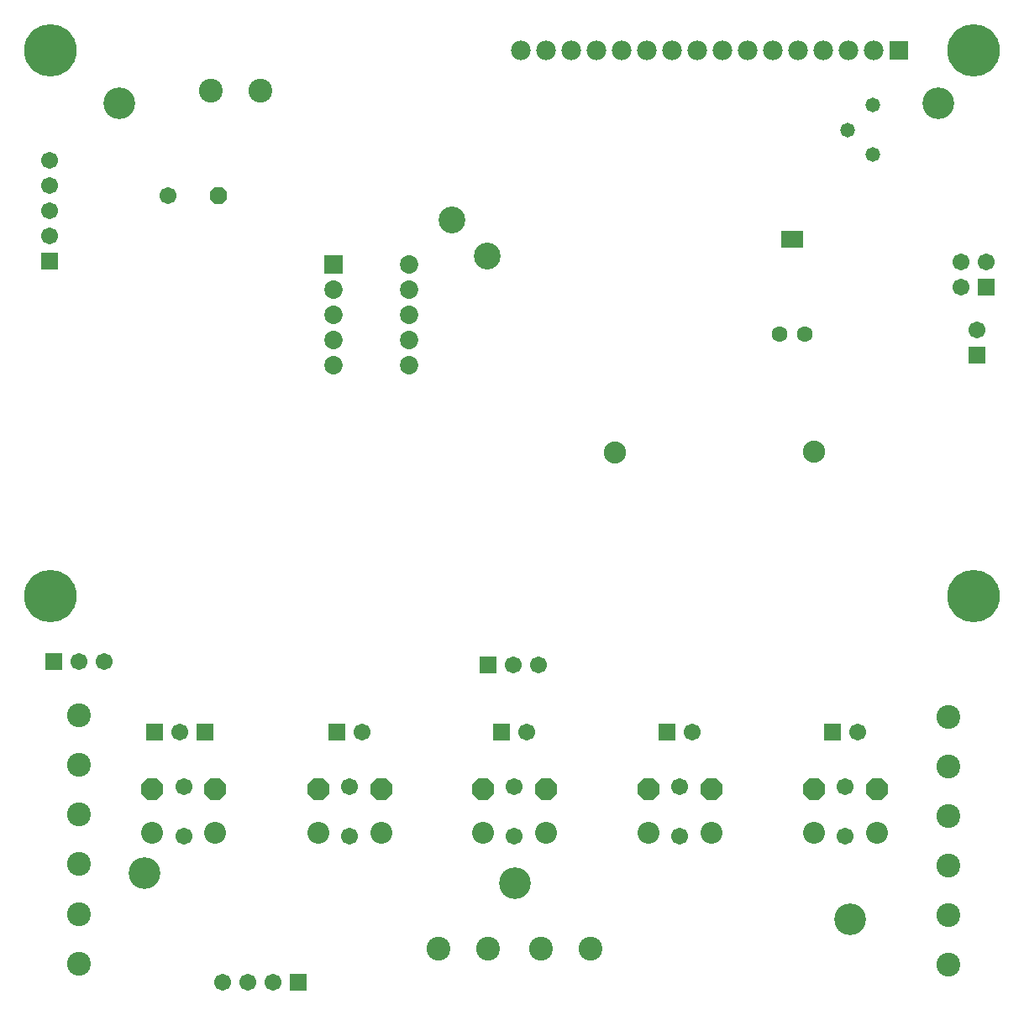
<source format=gbs>
G04*
G04 #@! TF.GenerationSoftware,Altium Limited,Altium Designer,19.1.6 (110)*
G04*
G04 Layer_Color=16711935*
%FSLAX43Y43*%
%MOMM*%
G71*
G01*
G75*
%ADD77C,2.403*%
%ADD78R,1.703X1.703*%
%ADD79C,1.703*%
%ADD80R,1.703X1.703*%
%ADD81C,1.703*%
%ADD82R,1.703X1.703*%
%ADD83C,3.203*%
%ADD84C,1.854*%
%ADD85R,1.854X1.854*%
%ADD86C,2.703*%
%ADD87P,1.844X8X22.5*%
%ADD88C,2.235*%
%ADD89C,2.203*%
%ADD90P,2.385X8X112.5*%
%ADD91C,1.473*%
%ADD92C,1.981*%
%ADD93R,1.981X1.981*%
%ADD94C,5.283*%
%ADD95C,1.603*%
%ADD125R,2.235X1.727*%
D77*
X24384Y92710D02*
D03*
X19384D02*
D03*
X47371Y6223D02*
D03*
X42371D02*
D03*
X57658D02*
D03*
X52658D02*
D03*
X6096Y24710D02*
D03*
Y29710D02*
D03*
Y14703D02*
D03*
Y19703D02*
D03*
Y9699D02*
D03*
Y4699D02*
D03*
X93726Y29562D02*
D03*
Y24562D02*
D03*
Y14558D02*
D03*
Y19558D02*
D03*
Y4550D02*
D03*
Y9550D02*
D03*
D78*
X96647Y66040D02*
D03*
X97536Y72898D02*
D03*
X3135Y75565D02*
D03*
D79*
X96647Y68580D02*
D03*
X94996Y75438D02*
D03*
X97536D02*
D03*
X94996Y72898D02*
D03*
X6096Y35179D02*
D03*
X8636D02*
D03*
X15113Y82169D02*
D03*
X20574Y2794D02*
D03*
X23114D02*
D03*
X25654D02*
D03*
X52451Y34798D02*
D03*
X49911D02*
D03*
X83340Y22500D02*
D03*
Y17500D02*
D03*
X66670Y22500D02*
D03*
Y17500D02*
D03*
X50000Y22500D02*
D03*
Y17500D02*
D03*
X33400Y22500D02*
D03*
Y17500D02*
D03*
X16660Y22500D02*
D03*
Y17500D02*
D03*
X3135Y85725D02*
D03*
Y83185D02*
D03*
Y80645D02*
D03*
Y78105D02*
D03*
D80*
X3556Y35179D02*
D03*
X28194Y2794D02*
D03*
X47371Y34798D02*
D03*
D81*
X16244Y28000D02*
D03*
D03*
X34600D02*
D03*
X51270D02*
D03*
X67940D02*
D03*
X84610D02*
D03*
D82*
X18784D02*
D03*
X13704D02*
D03*
X32060D02*
D03*
X48730D02*
D03*
X65400D02*
D03*
X82070D02*
D03*
D83*
X50038Y12827D02*
D03*
X92710Y91440D02*
D03*
X83820Y9144D02*
D03*
X10160Y91440D02*
D03*
X12700Y13843D02*
D03*
D84*
X39370Y72644D02*
D03*
Y65024D02*
D03*
Y75184D02*
D03*
Y70104D02*
D03*
Y67564D02*
D03*
X31750D02*
D03*
Y65024D02*
D03*
Y70104D02*
D03*
Y72644D02*
D03*
D85*
Y75184D02*
D03*
D86*
X43652Y79665D02*
D03*
X47244Y76073D02*
D03*
D87*
X20193Y82169D02*
D03*
D88*
X80162Y56286D02*
D03*
X60137Y56261D02*
D03*
D89*
X86515Y17854D02*
D03*
X80165D02*
D03*
X69845D02*
D03*
X63495D02*
D03*
X53175D02*
D03*
X46825D02*
D03*
X36575D02*
D03*
X30225D02*
D03*
X19835D02*
D03*
X13485D02*
D03*
D90*
X86515Y22299D02*
D03*
X80165D02*
D03*
X69845D02*
D03*
X63495D02*
D03*
X53175D02*
D03*
X46825D02*
D03*
X36575D02*
D03*
X30225D02*
D03*
X19835D02*
D03*
X13485D02*
D03*
D91*
X86106Y86273D02*
D03*
X83606Y88773D02*
D03*
X86106Y91273D02*
D03*
D92*
X83668Y96774D02*
D03*
X50648D02*
D03*
X53188Y96774D02*
D03*
X55728D02*
D03*
X58268Y96774D02*
D03*
X60808D02*
D03*
X63348D02*
D03*
X65888D02*
D03*
X68428D02*
D03*
X70968D02*
D03*
X73508D02*
D03*
X76048D02*
D03*
X78588D02*
D03*
X81128D02*
D03*
X86208Y96774D02*
D03*
D93*
X88748Y96774D02*
D03*
D94*
X3241Y41774D02*
D03*
X96241Y41774D02*
D03*
X3241Y96774D02*
D03*
X96241Y96774D02*
D03*
D95*
X79248Y68199D02*
D03*
X76708D02*
D03*
D125*
X77978Y77724D02*
D03*
M02*

</source>
